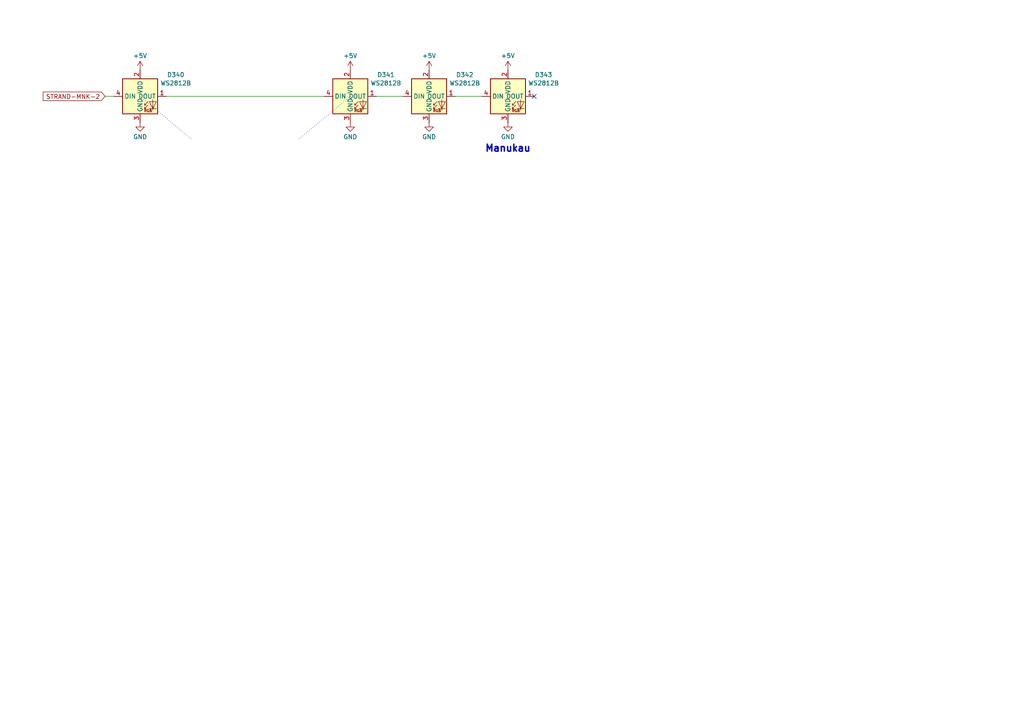
<source format=kicad_sch>
(kicad_sch (version 20250114) (generator "eeschema") (generator_version "9.0")
  (paper "A4")
  (lib_symbols
    (symbol "PCM_JLCPCB-Extended:LED, WS2812B, 1615"
      (property "Reference" "D" (at 1.778 6.604 0))
      (property "Value" "WS2812B" (at 5.334 -6.35 0))
      (symbol "LED, WS2812B, 1615_0_0"
        (text "RGB" (at 2.286 -4.191 0) (effects (font (size 0.762 0.762))))
      )
      (symbol "LED, WS2812B, 1615_0_1"
        (polyline (pts (xy 1.27 -2.54) (xy 1.778 -2.54)))
        (polyline (pts (xy 1.27 -3.556) (xy 1.778 -3.556)))
        (polyline (pts (xy 2.286 -1.524) (xy 1.27 -2.54) (xy 1.27 -2.032)))
        (polyline (pts (xy 2.286 -2.54) (xy 1.27 -3.556) (xy 1.27 -3.048)))
        (polyline (pts (xy 3.683 -1.016) (xy 3.683 -3.556) (xy 3.683 -4.064)))
        (polyline (pts (xy 4.699 -1.524) (xy 2.667 -1.524) (xy 3.683 -3.556) (xy 4.699 -1.524)))
        (polyline (pts (xy 4.699 -3.556) (xy 2.667 -3.556)))
        (rectangle (start 5.08 5.08) (end -5.08 -5.08) (stroke (width 0.254)) (fill (type background)))
      )
      (symbol "LED, WS2812B, 1615_1_1"
        (pin input line (at -7.62 0 0) (length 2.54) (name "DIN") (number "4"))
        (pin power_in line (at 0 7.62 270) (length 2.54) (name "VDD") (number "2"))
        (pin power_in line (at 0 -7.62 90) (length 2.54) (name "GND") (number "3"))
        (pin output line (at 7.62 0 180) (length 2.54) (name "DOUT") (number "1"))
      )
    )
    (symbol "power:+5V" (power) (pin_numbers (hide yes)) (pin_names (offset 0) (hide yes))
      (property "Value" "+5V" (at 0 3.556 0))
      (symbol "+5V_0_1"
        (polyline (pts (xy -0.762 1.27) (xy 0 2.54)))
        (polyline (pts (xy 0 2.54) (xy 0.762 1.27)))
        (polyline (pts (xy 0 0) (xy 0 2.54)))
      )
      (symbol "+5V_1_1"
        (pin power_in line (at 0 0 90) (length 0) (name "~") (number "1"))
      )
    )
    (symbol "power:GND" (power) (pin_numbers (hide yes)) (pin_names (offset 0) (hide yes))
      (property "Value" "GND" (at 0 -3.81 0))
      (symbol "GND_0_1"
        (polyline (pts (xy 0 0) (xy 0 -1.27) (xy 1.27 -1.27) (xy 0 -2.54) (xy -1.27 -1.27) (xy 0 -1.27)))
      )
      (symbol "GND_1_1"
        (pin power_in line (at 0 0 270) (length 0) (name "~") (number "1"))
      )
    )
  )
  (text "Manukau" (at 147.32 43.18 0) (effects (font (size 2 2) (thickness 0.4) (bold yes))))
  (no_connect (at 154.94 27.94))
  (polyline (pts (xy 101.6 27.94) (xy 86.36 40.64)) (stroke (width 0) (type dot)))
  (polyline (pts (xy 40.64 27.94) (xy 55.88 40.64)) (stroke (width 0) (type dot)))
  (wire (pts (xy 30.48 27.94) (xy 33.02 27.94)))
  (wire (pts (xy 48.26 27.94) (xy 93.98 27.94)))
  (wire (pts (xy 132.08 27.94) (xy 139.7 27.94)))
  (wire (pts (xy 109.22 27.94) (xy 116.84 27.94)))
  (global_label "STRAND-MNK-2" (shape input) (at 30.48 27.94 180) (property "Intersheetrefs" "${INTERSHEET_REFS}" (effects (hide yes))))
  (symbol (lib_id "power:GND") (at 147.32 35.56 0) (unit 1)
    (property "Reference" "#PWR0365" (effects (hide yes)))
    (property "Value" "GND" (at 147.32 39.6931 0))
    (property "Description" "Power symbol creates a global label with name \"GND\" , ground" (effects (hide yes)))
  )
  (symbol (lib_id "power:+5V") (at 147.32 20.32 0) (unit 1)
    (property "Reference" "#PWR0364" (effects (hide yes)))
    (property "Value" "+5V" (at 147.32 16.1869 0))
    (property "Description" "Power symbol creates a global label with name \"+5V\"" (effects (hide yes)))
  )
  (symbol (lib_id "PCM_JLCPCB-Extended:LED, WS2812B, 1615") (at 124.46 27.94 0) (unit 1)
    (property "Reference" "D342" (at 134.7976 21.6934 0))
    (property "Value" "WS2812B" (at 134.7976 24.1177 0))
    (property "Footprint" "PCM_JLCPCB:LED-SMD_4P-L1.6-W1.5_XL-1615RGBC-WS2812B" (effects (hide yes)))
    (property "Datasheet" "https://atta.szlcsc.com/upload/public/pdf/source/20230111/5AD58278EBED6B6650A81C53A19BF314.pdf" (effects (hide yes)))
    (property "Description" "1615 RGB LEDs(Built-in IC) ROHS" (effects (hide yes)))
    (property "LCSC" "C5349954" (effects (hide yes)))
  )
  (symbol (lib_id "PCM_JLCPCB-Extended:LED, WS2812B, 1615") (at 147.32 27.94 0) (unit 1)
    (property "Reference" "D343" (at 157.6576 21.6934 0))
    (property "Value" "WS2812B" (at 157.6576 24.1177 0))
    (property "Footprint" "PCM_JLCPCB:LED-SMD_4P-L1.6-W1.5_XL-1615RGBC-WS2812B" (effects (hide yes)))
    (property "Datasheet" "https://atta.szlcsc.com/upload/public/pdf/source/20230111/5AD58278EBED6B6650A81C53A19BF314.pdf" (effects (hide yes)))
    (property "Description" "1615 RGB LEDs(Built-in IC) ROHS" (effects (hide yes)))
    (property "LCSC" "C5349954" (effects (hide yes)))
  )
  (symbol (lib_id "power:GND") (at 40.64 35.56 0) (unit 1)
    (property "Reference" "#PWR0359" (effects (hide yes)))
    (property "Value" "GND" (at 40.64 39.6931 0))
    (property "Description" "Power symbol creates a global label with name \"GND\" , ground" (effects (hide yes)))
  )
  (symbol (lib_id "PCM_JLCPCB-Extended:LED, WS2812B, 1615") (at 101.6 27.94 0) (unit 1)
    (property "Reference" "D341" (at 111.9376 21.6934 0))
    (property "Value" "WS2812B" (at 111.9376 24.1177 0))
    (property "Footprint" "PCM_JLCPCB:LED-SMD_4P-L1.6-W1.5_XL-1615RGBC-WS2812B" (effects (hide yes)))
    (property "Datasheet" "https://atta.szlcsc.com/upload/public/pdf/source/20230111/5AD58278EBED6B6650A81C53A19BF314.pdf" (effects (hide yes)))
    (property "Description" "1615 RGB LEDs(Built-in IC) ROHS" (effects (hide yes)))
    (property "LCSC" "C5349954" (effects (hide yes)))
  )
  (symbol (lib_id "power:+5V") (at 124.46 20.32 0) (unit 1)
    (property "Reference" "#PWR0362" (effects (hide yes)))
    (property "Value" "+5V" (at 124.46 16.1869 0))
    (property "Description" "Power symbol creates a global label with name \"+5V\"" (effects (hide yes)))
  )
  (symbol (lib_id "power:GND") (at 124.46 35.56 0) (unit 1)
    (property "Reference" "#PWR0363" (effects (hide yes)))
    (property "Value" "GND" (at 124.46 39.6931 0))
    (property "Description" "Power symbol creates a global label with name \"GND\" , ground" (effects (hide yes)))
  )
  (symbol (lib_id "power:+5V") (at 101.6 20.32 0) (unit 1)
    (property "Reference" "#PWR0360" (effects (hide yes)))
    (property "Value" "+5V" (at 101.6 16.1869 0))
    (property "Description" "Power symbol creates a global label with name \"+5V\"" (effects (hide yes)))
  )
  (symbol (lib_id "power:GND") (at 101.6 35.56 0) (unit 1)
    (property "Reference" "#PWR0361" (effects (hide yes)))
    (property "Value" "GND" (at 101.6 39.6931 0))
    (property "Description" "Power symbol creates a global label with name \"GND\" , ground" (effects (hide yes)))
  )
  (symbol (lib_id "power:+5V") (at 40.64 20.32 0) (unit 1)
    (property "Reference" "#PWR0358" (effects (hide yes)))
    (property "Value" "+5V" (at 40.64 16.1869 0))
    (property "Description" "Power symbol creates a global label with name \"+5V\"" (effects (hide yes)))
  )
  (symbol (lib_id "PCM_JLCPCB-Extended:LED, WS2812B, 1615") (at 40.64 27.94 0) (unit 1)
    (property "Reference" "D340" (at 50.9776 21.6934 0))
    (property "Value" "WS2812B" (at 50.9776 24.1177 0))
    (property "Footprint" "PCM_JLCPCB:LED-SMD_4P-L1.6-W1.5_XL-1615RGBC-WS2812B" (effects (hide yes)))
    (property "Datasheet" "https://atta.szlcsc.com/upload/public/pdf/source/20230111/5AD58278EBED6B6650A81C53A19BF314.pdf" (effects (hide yes)))
    (property "Description" "1615 RGB LEDs(Built-in IC) ROHS" (effects (hide yes)))
    (property "LCSC" "C5349954" (effects (hide yes)))
  )
)
</source>
